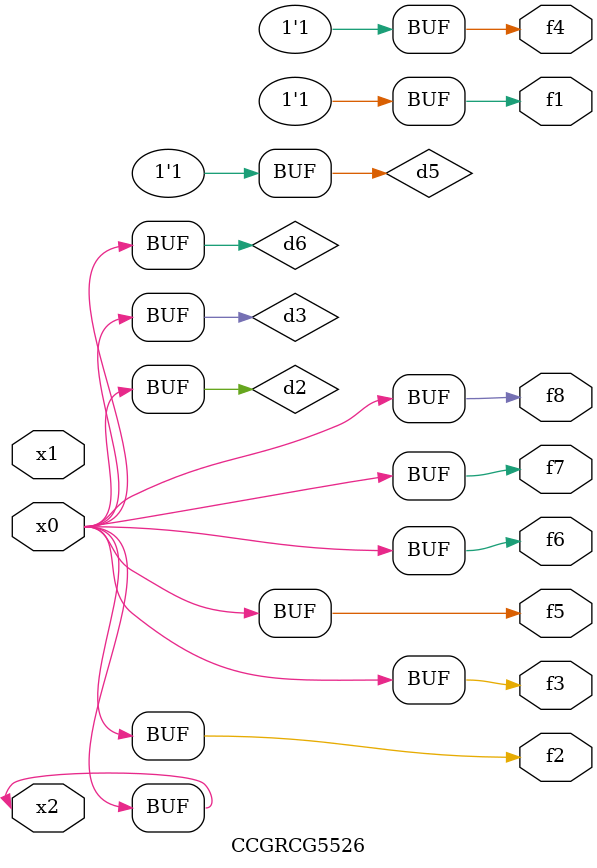
<source format=v>
module CCGRCG5526(
	input x0, x1, x2,
	output f1, f2, f3, f4, f5, f6, f7, f8
);

	wire d1, d2, d3, d4, d5, d6;

	xnor (d1, x2);
	buf (d2, x0, x2);
	and (d3, x0);
	xnor (d4, x1, x2);
	nand (d5, d1, d3);
	buf (d6, d2, d3);
	assign f1 = d5;
	assign f2 = d6;
	assign f3 = d6;
	assign f4 = d5;
	assign f5 = d6;
	assign f6 = d6;
	assign f7 = d6;
	assign f8 = d6;
endmodule

</source>
